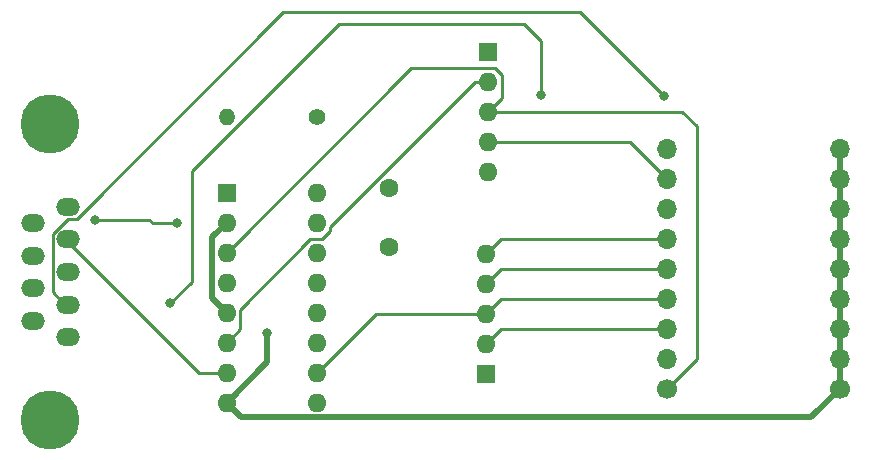
<source format=gbl>
%TF.GenerationSoftware,KiCad,Pcbnew,5.1.9-73d0e3b20d~88~ubuntu20.10.1*%
%TF.CreationDate,2021-04-22T08:32:01+02:00*%
%TF.ProjectId,megadrivearcadestick,6d656761-6472-4697-9665-617263616465,v0.1*%
%TF.SameCoordinates,Original*%
%TF.FileFunction,Copper,L2,Bot*%
%TF.FilePolarity,Positive*%
%FSLAX46Y46*%
G04 Gerber Fmt 4.6, Leading zero omitted, Abs format (unit mm)*
G04 Created by KiCad (PCBNEW 5.1.9-73d0e3b20d~88~ubuntu20.10.1) date 2021-04-22 08:32:01*
%MOMM*%
%LPD*%
G01*
G04 APERTURE LIST*
%TA.AperFunction,ComponentPad*%
%ADD10R,1.600000X1.600000*%
%TD*%
%TA.AperFunction,ComponentPad*%
%ADD11O,1.600000X1.600000*%
%TD*%
%TA.AperFunction,ComponentPad*%
%ADD12C,1.600000*%
%TD*%
%TA.AperFunction,ComponentPad*%
%ADD13C,1.700000*%
%TD*%
%TA.AperFunction,ComponentPad*%
%ADD14O,1.700000X1.700000*%
%TD*%
%TA.AperFunction,ComponentPad*%
%ADD15C,5.001260*%
%TD*%
%TA.AperFunction,ComponentPad*%
%ADD16O,1.998980X1.501140*%
%TD*%
%TA.AperFunction,ComponentPad*%
%ADD17C,1.400000*%
%TD*%
%TA.AperFunction,ComponentPad*%
%ADD18O,1.400000X1.400000*%
%TD*%
%TA.AperFunction,ViaPad*%
%ADD19C,0.800000*%
%TD*%
%TA.AperFunction,Conductor*%
%ADD20C,0.250000*%
%TD*%
%TA.AperFunction,Conductor*%
%ADD21C,0.500000*%
%TD*%
G04 APERTURE END LIST*
D10*
%TO.P,U1,1*%
%TO.N,Net-(J3-Pad7)*%
X124028200Y-83718400D03*
D11*
%TO.P,U1,9*%
%TO.N,AB_OUT*%
X131648200Y-101498400D03*
%TO.P,U1,2*%
%TO.N,GND*%
X124028200Y-86258400D03*
%TO.P,U1,10*%
%TO.N,B*%
X131648200Y-98958400D03*
%TO.P,U1,3*%
%TO.N,LEFT*%
X124028200Y-88798400D03*
%TO.P,U1,11*%
%TO.N,A*%
X131648200Y-96418400D03*
%TO.P,U1,4*%
%TO.N,LEFT_OUT*%
X124028200Y-91338400D03*
%TO.P,U1,12*%
%TO.N,CSTART_OUT*%
X131648200Y-93878400D03*
%TO.P,U1,5*%
%TO.N,GND*%
X124028200Y-93878400D03*
%TO.P,U1,13*%
%TO.N,C*%
X131648200Y-91338400D03*
%TO.P,U1,6*%
%TO.N,RIGHT*%
X124028200Y-96418400D03*
%TO.P,U1,14*%
%TO.N,START*%
X131648200Y-88798400D03*
%TO.P,U1,7*%
%TO.N,RIGHT_OUT*%
X124028200Y-98958400D03*
%TO.P,U1,15*%
%TO.N,GND*%
X131648200Y-86258400D03*
%TO.P,U1,8*%
X124028200Y-101498400D03*
%TO.P,U1,16*%
%TO.N,5V*%
X131648200Y-83718400D03*
%TD*%
D12*
%TO.P,C1,1*%
%TO.N,5V*%
X137820400Y-83286600D03*
%TO.P,C1,2*%
%TO.N,GND*%
X137820400Y-88286600D03*
%TD*%
D13*
%TO.P,J1,1*%
%TO.N,GND*%
X175951400Y-100304600D03*
D14*
%TO.P,J1,2*%
X175951400Y-97764600D03*
%TO.P,J1,3*%
X175951400Y-95224600D03*
%TO.P,J1,4*%
X175951400Y-92684600D03*
%TO.P,J1,5*%
X175951400Y-90144600D03*
%TO.P,J1,6*%
X175951400Y-87604600D03*
%TO.P,J1,7*%
X175951400Y-85064600D03*
%TO.P,J1,8*%
X175951400Y-82524600D03*
%TO.P,J1,9*%
X175951400Y-79984600D03*
%TD*%
%TO.P,J2,9*%
%TO.N,DOWN*%
X161340800Y-79984600D03*
%TO.P,J2,8*%
%TO.N,UP*%
X161340800Y-82524600D03*
%TO.P,J2,7*%
X161340800Y-85064600D03*
%TO.P,J2,6*%
%TO.N,START*%
X161340800Y-87604600D03*
%TO.P,J2,5*%
%TO.N,C*%
X161340800Y-90144600D03*
%TO.P,J2,4*%
%TO.N,B*%
X161340800Y-92684600D03*
%TO.P,J2,3*%
%TO.N,A*%
X161340800Y-95224600D03*
%TO.P,J2,2*%
%TO.N,RIGHT*%
X161340800Y-97764600D03*
D13*
%TO.P,J2,1*%
%TO.N,LEFT*%
X161340800Y-100304600D03*
%TD*%
D10*
%TO.P,RN1,1*%
%TO.N,5V*%
X145999200Y-99034600D03*
D11*
%TO.P,RN1,2*%
%TO.N,A*%
X145999200Y-96494600D03*
%TO.P,RN1,3*%
%TO.N,B*%
X145999200Y-93954600D03*
%TO.P,RN1,4*%
%TO.N,C*%
X145999200Y-91414600D03*
%TO.P,RN1,5*%
%TO.N,START*%
X145999200Y-88874600D03*
%TD*%
%TO.P,RN2,5*%
%TO.N,DOWN*%
X146202400Y-81940400D03*
%TO.P,RN2,4*%
%TO.N,UP*%
X146202400Y-79400400D03*
%TO.P,RN2,3*%
%TO.N,LEFT*%
X146202400Y-76860400D03*
%TO.P,RN2,2*%
%TO.N,RIGHT*%
X146202400Y-74320400D03*
D10*
%TO.P,RN2,1*%
%TO.N,5V*%
X146202400Y-71780400D03*
%TD*%
D15*
%TO.P,J3,0*%
%TO.N,GND*%
X109118400Y-102918260D03*
D16*
%TO.P,J3,3*%
%TO.N,LEFT_OUT*%
X110637320Y-90424000D03*
%TO.P,J3,2*%
%TO.N,DOWN*%
X110637320Y-93195140D03*
%TO.P,J3,1*%
%TO.N,UP*%
X110637320Y-95963740D03*
%TO.P,J3,4*%
%TO.N,RIGHT_OUT*%
X110637320Y-87652860D03*
%TO.P,J3,5*%
%TO.N,5V*%
X110637320Y-84884260D03*
%TO.P,J3,9*%
%TO.N,CSTART_OUT*%
X107599480Y-86268560D03*
%TO.P,J3,8*%
%TO.N,GND*%
X107599480Y-89039700D03*
%TO.P,J3,7*%
%TO.N,Net-(J3-Pad7)*%
X107599480Y-91808300D03*
%TO.P,J3,6*%
%TO.N,AB_OUT*%
X107599480Y-94579440D03*
D15*
%TO.P,J3,0*%
%TO.N,GND*%
X109118400Y-77929740D03*
%TD*%
D17*
%TO.P,R1,1*%
%TO.N,5V*%
X131648200Y-77266800D03*
D18*
%TO.P,R1,2*%
%TO.N,Net-(J3-Pad7)*%
X124028200Y-77266800D03*
%TD*%
D19*
%TO.N,GND*%
X127482600Y-95631000D03*
%TO.N,DOWN*%
X161086800Y-75565000D03*
%TO.N,UP*%
X150622000Y-75412600D03*
X119202200Y-93040200D03*
%TO.N,CSTART_OUT*%
X112928400Y-86004400D03*
X119833358Y-86268560D03*
%TD*%
D20*
%TO.N,GND*%
X131445000Y-86258400D02*
X131648200Y-86258400D01*
X124028200Y-93675200D02*
X124028200Y-93878400D01*
D21*
X127482600Y-98044000D02*
X127482600Y-95631000D01*
X124028200Y-101498400D02*
X127482600Y-98044000D01*
X122778199Y-87508401D02*
X124028200Y-86258400D01*
X122778199Y-92628399D02*
X122778199Y-87508401D01*
X124028200Y-93878400D02*
X122778199Y-92628399D01*
X173507599Y-102748401D02*
X175951400Y-100304600D01*
X125278201Y-102748401D02*
X173507599Y-102748401D01*
X124028200Y-101498400D02*
X125278201Y-102748401D01*
X175951400Y-100304600D02*
X175951400Y-79984600D01*
D20*
%TO.N,DOWN*%
X110560321Y-85959840D02*
X111331759Y-85959840D01*
X109312820Y-87207341D02*
X110560321Y-85959840D01*
X109312820Y-92119560D02*
X109312820Y-87207341D01*
X111331759Y-85959840D02*
X128838599Y-68453000D01*
X110388400Y-93195140D02*
X109312820Y-92119560D01*
X128838599Y-68453000D02*
X153974800Y-68453000D01*
X153974800Y-68453000D02*
X161086800Y-75565000D01*
%TO.N,UP*%
X158216600Y-79400400D02*
X161340800Y-82524600D01*
X146202400Y-79400400D02*
X158216600Y-79400400D01*
X150622000Y-75412600D02*
X150622000Y-70840600D01*
X150622000Y-70840600D02*
X149250400Y-69469000D01*
X149250400Y-69469000D02*
X133527800Y-69469000D01*
X133527800Y-69469000D02*
X121081800Y-81915000D01*
X121081800Y-81915000D02*
X121081800Y-91236800D01*
X119278400Y-93040200D02*
X119202200Y-93040200D01*
X121081800Y-91236800D02*
X119278400Y-93040200D01*
%TO.N,START*%
X147269200Y-87604600D02*
X145999200Y-88874600D01*
X161340800Y-87604600D02*
X147269200Y-87604600D01*
%TO.N,C*%
X147269200Y-90144600D02*
X145999200Y-91414600D01*
X161340800Y-90144600D02*
X147269200Y-90144600D01*
%TO.N,B*%
X147269200Y-92684600D02*
X145999200Y-93954600D01*
X161340800Y-92684600D02*
X147269200Y-92684600D01*
X136652000Y-93954600D02*
X131648200Y-98958400D01*
X145999200Y-93954600D02*
X136652000Y-93954600D01*
%TO.N,A*%
X147269200Y-95224600D02*
X145999200Y-96494600D01*
X161340800Y-95224600D02*
X147269200Y-95224600D01*
%TO.N,RIGHT*%
X125153201Y-95293399D02*
X124028200Y-96418400D01*
X125153201Y-93628397D02*
X125153201Y-95293399D01*
X131108199Y-87673399D02*
X125153201Y-93628397D01*
X132087401Y-87673399D02*
X131108199Y-87673399D01*
X132773201Y-86987599D02*
X132087401Y-87673399D01*
X132773201Y-86618229D02*
X132773201Y-86987599D01*
X145071030Y-74320400D02*
X132773201Y-86618229D01*
X146202400Y-74320400D02*
X145071030Y-74320400D01*
%TO.N,LEFT*%
X146742401Y-73195399D02*
X139631201Y-73195399D01*
X147327401Y-73780399D02*
X146742401Y-73195399D01*
X147327401Y-75735399D02*
X147327401Y-73780399D01*
X139631201Y-73195399D02*
X124028200Y-88798400D01*
X146202400Y-76860400D02*
X147327401Y-75735399D01*
X146202400Y-76860400D02*
X162610800Y-76860400D01*
X162610800Y-76860400D02*
X163855400Y-78105000D01*
X163855400Y-97790000D02*
X161340800Y-100304600D01*
X163855400Y-78105000D02*
X163855400Y-97790000D01*
%TO.N,RIGHT_OUT*%
X121693940Y-98958400D02*
X110388400Y-87652860D01*
X124028200Y-98958400D02*
X121693940Y-98958400D01*
%TO.N,CSTART_OUT*%
X112928400Y-86004400D02*
X117500400Y-86004400D01*
X117764560Y-86268560D02*
X119833358Y-86268560D01*
X117500400Y-86004400D02*
X117764560Y-86268560D01*
%TD*%
M02*

</source>
